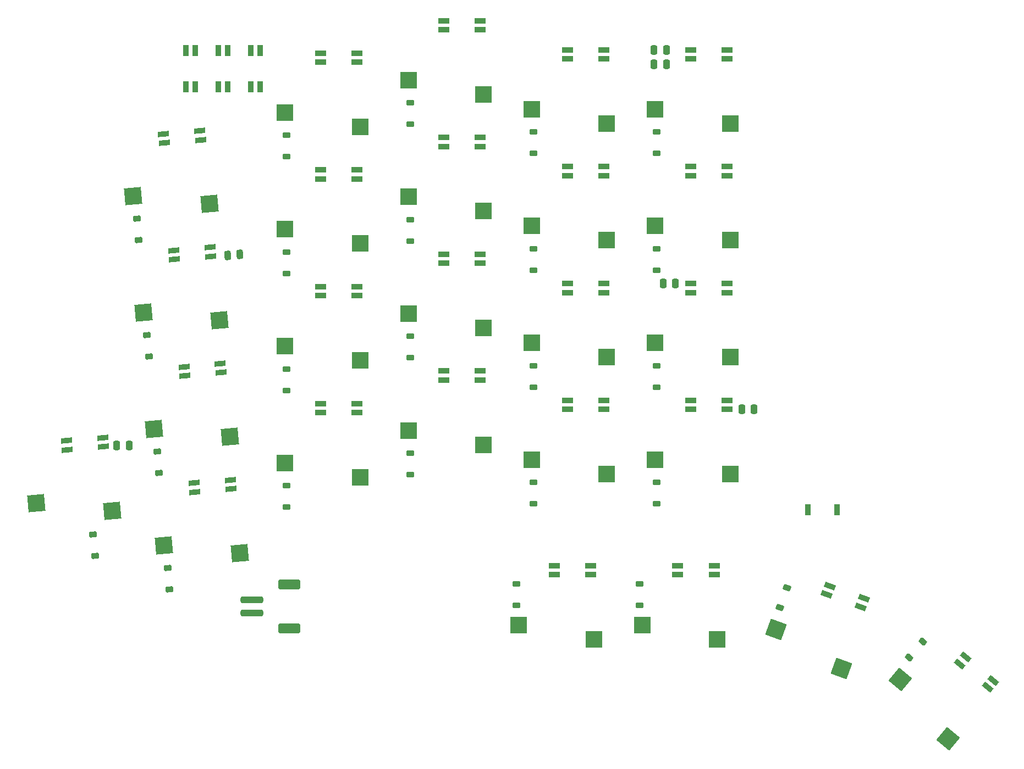
<source format=gbp>
G04 #@! TF.GenerationSoftware,KiCad,Pcbnew,8.0.5*
G04 #@! TF.CreationDate,2024-11-21T22:09:12+01:00*
G04 #@! TF.ProjectId,stellar,7374656c-6c61-4722-9e6b-696361645f70,rev?*
G04 #@! TF.SameCoordinates,Original*
G04 #@! TF.FileFunction,Paste,Bot*
G04 #@! TF.FilePolarity,Positive*
%FSLAX46Y46*%
G04 Gerber Fmt 4.6, Leading zero omitted, Abs format (unit mm)*
G04 Created by KiCad (PCBNEW 8.0.5) date 2024-11-21 22:09:12*
%MOMM*%
%LPD*%
G01*
G04 APERTURE LIST*
G04 Aperture macros list*
%AMRoundRect*
0 Rectangle with rounded corners*
0 $1 Rounding radius*
0 $2 $3 $4 $5 $6 $7 $8 $9 X,Y pos of 4 corners*
0 Add a 4 corners polygon primitive as box body*
4,1,4,$2,$3,$4,$5,$6,$7,$8,$9,$2,$3,0*
0 Add four circle primitives for the rounded corners*
1,1,$1+$1,$2,$3*
1,1,$1+$1,$4,$5*
1,1,$1+$1,$6,$7*
1,1,$1+$1,$8,$9*
0 Add four rect primitives between the rounded corners*
20,1,$1+$1,$2,$3,$4,$5,0*
20,1,$1+$1,$4,$5,$6,$7,0*
20,1,$1+$1,$6,$7,$8,$9,0*
20,1,$1+$1,$8,$9,$2,$3,0*%
%AMRotRect*
0 Rectangle, with rotation*
0 The origin of the aperture is its center*
0 $1 length*
0 $2 width*
0 $3 Rotation angle, in degrees counterclockwise*
0 Add horizontal line*
21,1,$1,$2,0,0,$3*%
G04 Aperture macros list end*
%ADD10R,2.600000X2.600000*%
%ADD11RotRect,2.600000X2.600000X185.000000*%
%ADD12RotRect,2.600000X2.600000X140.000000*%
%ADD13RotRect,2.600000X2.600000X160.000000*%
%ADD14RoundRect,0.225000X0.375000X-0.225000X0.375000X0.225000X-0.375000X0.225000X-0.375000X-0.225000X0*%
%ADD15R,1.700000X0.825000*%
%ADD16RotRect,1.700000X0.825000X5.000000*%
%ADD17RoundRect,0.250000X0.250000X0.475000X-0.250000X0.475000X-0.250000X-0.475000X0.250000X-0.475000X0*%
%ADD18R,0.825000X1.700000*%
%ADD19RoundRect,0.225000X-0.375000X0.225000X-0.375000X-0.225000X0.375000X-0.225000X0.375000X0.225000X0*%
%ADD20RoundRect,0.225000X0.393183X-0.191460X0.353963X0.256827X-0.393183X0.191460X-0.353963X-0.256827X0*%
%ADD21RotRect,1.700000X0.825000X185.000000*%
%ADD22RotRect,1.700000X0.825000X160.000000*%
%ADD23RoundRect,0.250000X-1.500000X0.250000X-1.500000X-0.250000X1.500000X-0.250000X1.500000X0.250000X0*%
%ADD24RoundRect,0.250001X-1.449999X0.499999X-1.449999X-0.499999X1.449999X-0.499999X1.449999X0.499999X0*%
%ADD25RoundRect,0.250000X-0.207650X-0.494981X0.290448X-0.451404X0.207650X0.494981X-0.290448X0.451404X0*%
%ADD26R,0.900000X1.700000*%
%ADD27RotRect,1.700000X0.825000X140.000000*%
%ADD28RoundRect,0.225000X-0.275430X0.339688X-0.429339X-0.083173X0.275430X-0.339688X0.429339X0.083173X0*%
%ADD29RoundRect,0.225000X-0.142639X0.413405X-0.431894X0.068685X0.142639X-0.413405X0.431894X-0.068685X0*%
%ADD30RoundRect,0.250000X-0.250000X-0.475000X0.250000X-0.475000X0.250000X0.475000X-0.250000X0.475000X0*%
G04 APERTURE END LIST*
D10*
X160323634Y-70247840D03*
X148773634Y-68047840D03*
X122323634Y-106747840D03*
X110773634Y-104547840D03*
X122323634Y-88747840D03*
X110773634Y-86547840D03*
X160323634Y-106247840D03*
X148773634Y-104047840D03*
X179323634Y-88247840D03*
X167773634Y-86047840D03*
D11*
X84187372Y-111926925D03*
X72489581Y-110741946D03*
D10*
X179323634Y-106247840D03*
X167773634Y-104047840D03*
X122323634Y-52747840D03*
X110773634Y-50547840D03*
X179323634Y-52247840D03*
X167773634Y-50047840D03*
D11*
X99123339Y-64645248D03*
X87425548Y-63460269D03*
D10*
X141323634Y-47747840D03*
X129773634Y-45547840D03*
D12*
X212895922Y-147079099D03*
X205462242Y-137969604D03*
D10*
X122323634Y-70747840D03*
X110773634Y-68547840D03*
X160323634Y-52247840D03*
X148773634Y-50047840D03*
X158323634Y-131747840D03*
X146773634Y-129547840D03*
X177323634Y-131747840D03*
X165773634Y-129547840D03*
D11*
X100692142Y-82576753D03*
X88994351Y-81391774D03*
D13*
X196461435Y-136277292D03*
X186360430Y-130259636D03*
D10*
X141323634Y-83747840D03*
X129773634Y-81547840D03*
D11*
X102260945Y-100508258D03*
X90563154Y-99323279D03*
D10*
X160323634Y-88247840D03*
X148773634Y-86047840D03*
D11*
X103829748Y-118439763D03*
X92131957Y-117254784D03*
D10*
X179323634Y-70247840D03*
X167773634Y-68047840D03*
X141323634Y-101747840D03*
X129773634Y-99547840D03*
X141323634Y-65747840D03*
X129773634Y-63547840D03*
D14*
X130019067Y-70365578D03*
X130019067Y-67065578D03*
D15*
X171248634Y-120397840D03*
X171248634Y-121797840D03*
X176848634Y-121797840D03*
X176848634Y-120397840D03*
D16*
X82846980Y-102056187D03*
X82724962Y-100661515D03*
X77146272Y-101149587D03*
X77268290Y-102544259D03*
D15*
X178848634Y-96297840D03*
X178848634Y-94897840D03*
X173248634Y-94897840D03*
X173248634Y-96297840D03*
X121848634Y-60797840D03*
X121848634Y-59397840D03*
X116248634Y-59397840D03*
X116248634Y-60797840D03*
X135248634Y-72397840D03*
X135248634Y-73797840D03*
X140848634Y-73797840D03*
X140848634Y-72397840D03*
X135248634Y-36397840D03*
X135248634Y-37797840D03*
X140848634Y-37797840D03*
X140848634Y-36397840D03*
D14*
X149019067Y-110865578D03*
X149019067Y-107565578D03*
D15*
X159848634Y-96297840D03*
X159848634Y-94897840D03*
X154248634Y-94897840D03*
X154248634Y-96297840D03*
D17*
X170883100Y-76893600D03*
X168983100Y-76893600D03*
D14*
X130019067Y-52365578D03*
X130019067Y-49065578D03*
D16*
X99351750Y-72706015D03*
X99229732Y-71311343D03*
X93651042Y-71799415D03*
X93773060Y-73194087D03*
D18*
X95523123Y-46623603D03*
X96923123Y-46623603D03*
X96923123Y-41023603D03*
X95523123Y-41023603D03*
D19*
X146402802Y-123197605D03*
X146402802Y-126497605D03*
D15*
X121848634Y-96797840D03*
X121848634Y-95397840D03*
X116248634Y-95397840D03*
X116248634Y-96797840D03*
D20*
X91401858Y-106093682D03*
X91114244Y-102806240D03*
D14*
X111019067Y-57365578D03*
X111019067Y-54065578D03*
D21*
X92082239Y-53867910D03*
X92204257Y-55262582D03*
X97782947Y-54774510D03*
X97660929Y-53379838D03*
D15*
X140848634Y-91797840D03*
X140848634Y-90397840D03*
X135248634Y-90397840D03*
X135248634Y-91797840D03*
D20*
X92970661Y-124025187D03*
X92683047Y-120737745D03*
D14*
X111019067Y-93365578D03*
X111019067Y-90065578D03*
D15*
X178848634Y-60297840D03*
X178848634Y-58897840D03*
X173248634Y-58897840D03*
X173248634Y-60297840D03*
D22*
X194634732Y-123534009D03*
X194155904Y-124849577D03*
X199418182Y-126764891D03*
X199897010Y-125449323D03*
D15*
X116248634Y-41397840D03*
X116248634Y-42797840D03*
X121848634Y-42797840D03*
X121848634Y-41397840D03*
X173248634Y-76897840D03*
X173248634Y-78297840D03*
X178848634Y-78297840D03*
X178848634Y-76897840D03*
D23*
X105692802Y-125677605D03*
X105692802Y-127677605D03*
D24*
X111442802Y-123327605D03*
X111442802Y-130027605D03*
D14*
X168019067Y-92865578D03*
X168019067Y-89565578D03*
D20*
X89833055Y-88162177D03*
X89545441Y-84874735D03*
D25*
X101956715Y-72606398D03*
X103849485Y-72440802D03*
D20*
X88264252Y-70230672D03*
X87976638Y-66943230D03*
D21*
X95219845Y-89730920D03*
X95341863Y-91125592D03*
X100920553Y-90637520D03*
X100798535Y-89242848D03*
D15*
X154248634Y-40897840D03*
X154248634Y-42297840D03*
X159848634Y-42297840D03*
X159848634Y-40897840D03*
D14*
X130019067Y-106365578D03*
X130019067Y-103065578D03*
D17*
X169472802Y-43073600D03*
X167572802Y-43073600D03*
D14*
X149019067Y-92865578D03*
X149019067Y-89565578D03*
D15*
X152248634Y-120397840D03*
X152248634Y-121797840D03*
X157848634Y-121797840D03*
X157848634Y-120397840D03*
D14*
X168019067Y-110865578D03*
X168019067Y-107565578D03*
X111019067Y-111365578D03*
X111019067Y-108065578D03*
D26*
X195791800Y-111774900D03*
X191291800Y-111774900D03*
D15*
X173248634Y-40897840D03*
X173248634Y-42297840D03*
X178848634Y-42297840D03*
X178848634Y-40897840D03*
D27*
X215537842Y-134479560D03*
X214637939Y-135552022D03*
X218927788Y-139151632D03*
X219827691Y-138079170D03*
D18*
X100523123Y-46623603D03*
X101923123Y-46623603D03*
X101923123Y-41023603D03*
X100523123Y-41023603D03*
D28*
X188047135Y-123767112D03*
X186918469Y-126868098D03*
D17*
X169472802Y-40873600D03*
X167572802Y-40873600D03*
D15*
X159848634Y-60297840D03*
X159848634Y-58897840D03*
X154248634Y-58897840D03*
X154248634Y-60297840D03*
D29*
X208942802Y-132057605D03*
X206821602Y-134585551D03*
D14*
X130019067Y-88365578D03*
X130019067Y-85065578D03*
X149019067Y-56865578D03*
X149019067Y-53565578D03*
X111019067Y-75365578D03*
X111019067Y-72065578D03*
D15*
X154248634Y-76897840D03*
X154248634Y-78297840D03*
X159848634Y-78297840D03*
X159848634Y-76897840D03*
D14*
X149019067Y-74865578D03*
X149019067Y-71565578D03*
D30*
X84853100Y-101840802D03*
X86753100Y-101840802D03*
D15*
X116248634Y-77397840D03*
X116248634Y-78797840D03*
X121848634Y-78797840D03*
X121848634Y-77397840D03*
D18*
X105523123Y-46623603D03*
X106923123Y-46623603D03*
X106923123Y-41023603D03*
X105523123Y-41023603D03*
D14*
X168019067Y-74865578D03*
X168019067Y-71565578D03*
D16*
X102489356Y-108569025D03*
X102367338Y-107174353D03*
X96788648Y-107662425D03*
X96910666Y-109057097D03*
D19*
X165404778Y-123197605D03*
X165404778Y-126497605D03*
D14*
X168019067Y-56865578D03*
X168019067Y-53565578D03*
D20*
X81508778Y-118886865D03*
X81221164Y-115599423D03*
D30*
X181103100Y-96323600D03*
X183003100Y-96323600D03*
D15*
X140848634Y-55797840D03*
X140848634Y-54397840D03*
X135248634Y-54397840D03*
X135248634Y-55797840D03*
M02*

</source>
